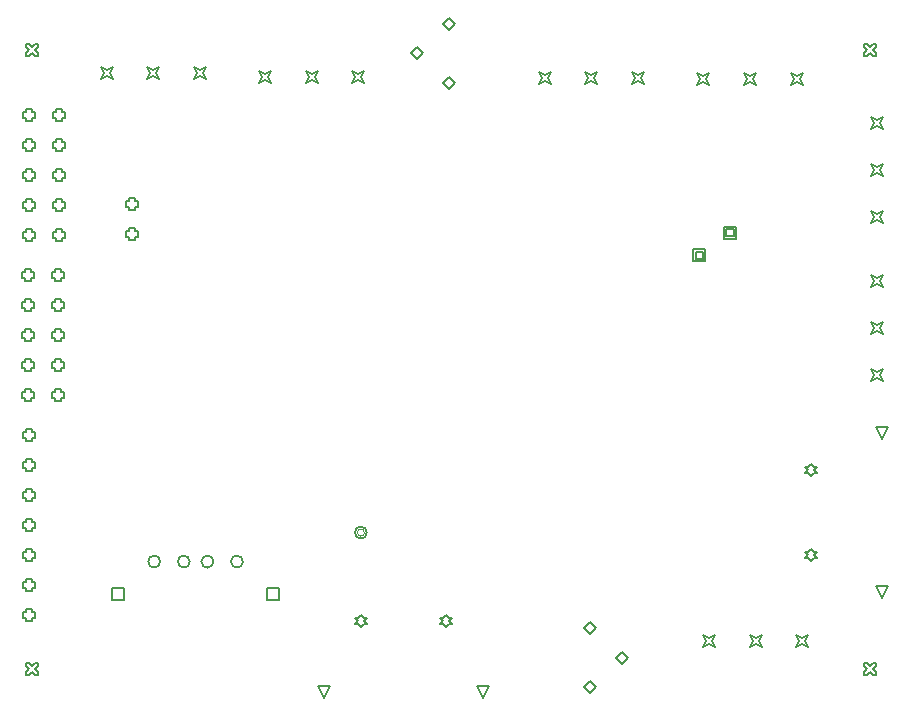
<source format=gbr>
%TF.GenerationSoftware,Altium Limited,Altium Designer,22.5.1 (42)*%
G04 Layer_Color=2752767*
%FSLAX44Y44*%
%MOMM*%
%TF.SameCoordinates,01627914-4FCA-44A5-8146-F6A238B5A28C*%
%TF.FilePolarity,Positive*%
%TF.FileFunction,Drawing*%
%TF.Part,Single*%
G01*
G75*
%TA.AperFunction,NonConductor*%
%ADD95C,0.1270*%
%ADD127C,0.1693*%
%ADD128C,0.1016*%
D95*
X349920Y-267080D02*
X352460D01*
X355000Y-264540D01*
X357540Y-267080D01*
X360080D01*
Y-264540D01*
X357540Y-262000D01*
X360080Y-259460D01*
Y-256920D01*
X357540D01*
X355000Y-259460D01*
X352460Y-256920D01*
X349920D01*
Y-259460D01*
X352460Y-262000D01*
X349920Y-264540D01*
Y-267080D01*
X-360080Y256920D02*
X-357540D01*
X-355000Y259460D01*
X-352460Y256920D01*
X-349920D01*
Y259460D01*
X-352460Y262000D01*
X-349920Y264540D01*
Y267080D01*
X-352460D01*
X-355000Y264540D01*
X-357540Y267080D01*
X-360080D01*
Y264540D01*
X-357540Y262000D01*
X-360080Y259460D01*
Y256920D01*
Y-267080D02*
X-357540D01*
X-355000Y-264540D01*
X-352460Y-267080D01*
X-349920D01*
Y-264540D01*
X-352460Y-262000D01*
X-349920Y-259460D01*
Y-256920D01*
X-352460D01*
X-355000Y-259460D01*
X-357540Y-256920D01*
X-360080D01*
Y-259460D01*
X-357540Y-262000D01*
X-360080Y-264540D01*
Y-267080D01*
X349920Y256920D02*
X352460D01*
X355000Y259460D01*
X357540Y256920D01*
X360080D01*
Y259460D01*
X357540Y262000D01*
X360080Y264540D01*
Y267080D01*
X357540D01*
X355000Y264540D01*
X352460Y267080D01*
X349920D01*
Y264540D01*
X352460Y262000D01*
X349920Y259460D01*
Y256920D01*
X-272540Y103760D02*
Y101220D01*
X-267460D01*
Y103760D01*
X-264920D01*
Y108840D01*
X-267460D01*
Y111380D01*
X-272540D01*
Y108840D01*
X-275080D01*
Y103760D01*
X-272540D01*
Y129160D02*
Y126620D01*
X-267460D01*
Y129160D01*
X-264920D01*
Y134240D01*
X-267460D01*
Y136780D01*
X-272540D01*
Y134240D01*
X-275080D01*
Y129160D01*
X-272540D01*
X355920Y154920D02*
X358460Y160000D01*
X355920Y165080D01*
X361000Y162540D01*
X366080Y165080D01*
X363540Y160000D01*
X366080Y154920D01*
X361000Y157460D01*
X355920Y154920D01*
Y115320D02*
X358460Y120400D01*
X355920Y125480D01*
X361000Y122940D01*
X366080Y125480D01*
X363540Y120400D01*
X366080Y115320D01*
X361000Y117860D01*
X355920Y115320D01*
Y194520D02*
X358460Y199600D01*
X355920Y204680D01*
X361000Y202140D01*
X366080Y204680D01*
X363540Y199600D01*
X366080Y194520D01*
X361000Y197060D01*
X355920Y194520D01*
X113920Y232920D02*
X116460Y238000D01*
X113920Y243080D01*
X119000Y240540D01*
X124080Y243080D01*
X121540Y238000D01*
X124080Y232920D01*
X119000Y235460D01*
X113920Y232920D01*
X153520D02*
X156060Y238000D01*
X153520Y243080D01*
X158600Y240540D01*
X163680Y243080D01*
X161140Y238000D01*
X163680Y232920D01*
X158600Y235460D01*
X153520Y232920D01*
X74320D02*
X76860Y238000D01*
X74320Y243080D01*
X79400Y240540D01*
X84480Y243080D01*
X81940Y238000D01*
X84480Y232920D01*
X79400Y235460D01*
X74320Y232920D01*
X208320Y231920D02*
X210860Y237000D01*
X208320Y242080D01*
X213400Y239540D01*
X218480Y242080D01*
X215940Y237000D01*
X218480Y231920D01*
X213400Y234460D01*
X208320Y231920D01*
X287520D02*
X290060Y237000D01*
X287520Y242080D01*
X292600Y239540D01*
X297680Y242080D01*
X295140Y237000D01*
X297680Y231920D01*
X292600Y234460D01*
X287520Y231920D01*
X247920D02*
X250460Y237000D01*
X247920Y242080D01*
X253000Y239540D01*
X258080Y242080D01*
X255540Y237000D01*
X258080Y231920D01*
X253000Y234460D01*
X247920Y231920D01*
X355920Y60920D02*
X358460Y66000D01*
X355920Y71080D01*
X361000Y68540D01*
X366080Y71080D01*
X363540Y66000D01*
X366080Y60920D01*
X361000Y63460D01*
X355920Y60920D01*
Y-18280D02*
X358460Y-13200D01*
X355920Y-8120D01*
X361000Y-10660D01*
X366080Y-8120D01*
X363540Y-13200D01*
X366080Y-18280D01*
X361000Y-15740D01*
X355920Y-18280D01*
Y21320D02*
X358460Y26400D01*
X355920Y31480D01*
X361000Y28940D01*
X366080Y31480D01*
X363540Y26400D01*
X366080Y21320D01*
X361000Y23860D01*
X355920Y21320D01*
X252920Y-244080D02*
X255460Y-239000D01*
X252920Y-233920D01*
X258000Y-236460D01*
X263080Y-233920D01*
X260540Y-239000D01*
X263080Y-244080D01*
X258000Y-241540D01*
X252920Y-244080D01*
X213320D02*
X215860Y-239000D01*
X213320Y-233920D01*
X218400Y-236460D01*
X223480Y-233920D01*
X220940Y-239000D01*
X223480Y-244080D01*
X218400Y-241540D01*
X213320Y-244080D01*
X292520D02*
X295060Y-239000D01*
X292520Y-233920D01*
X297600Y-236460D01*
X302680Y-233920D01*
X300140Y-239000D01*
X302680Y-244080D01*
X297600Y-241540D01*
X292520Y-244080D01*
X-296680Y236920D02*
X-294140Y242000D01*
X-296680Y247080D01*
X-291600Y244540D01*
X-286520Y247080D01*
X-289060Y242000D01*
X-286520Y236920D01*
X-291600Y239460D01*
X-296680Y236920D01*
X-217480D02*
X-214940Y242000D01*
X-217480Y247080D01*
X-212400Y244540D01*
X-207320Y247080D01*
X-209860Y242000D01*
X-207320Y236920D01*
X-212400Y239460D01*
X-217480Y236920D01*
X-257080D02*
X-254540Y242000D01*
X-257080Y247080D01*
X-252000Y244540D01*
X-246920Y247080D01*
X-249460Y242000D01*
X-246920Y236920D01*
X-252000Y239460D01*
X-257080Y236920D01*
X-123080Y233920D02*
X-120540Y239000D01*
X-123080Y244080D01*
X-118000Y241540D01*
X-112920Y244080D01*
X-115460Y239000D01*
X-112920Y233920D01*
X-118000Y236460D01*
X-123080Y233920D01*
X-83480D02*
X-80940Y239000D01*
X-83480Y244080D01*
X-78400Y241540D01*
X-73320Y244080D01*
X-75860Y239000D01*
X-73320Y233920D01*
X-78400Y236460D01*
X-83480Y233920D01*
X-162680D02*
X-160140Y239000D01*
X-162680Y244080D01*
X-157600Y241540D01*
X-152520Y244080D01*
X-155060Y239000D01*
X-152520Y233920D01*
X-157600Y236460D01*
X-162680Y233920D01*
X-286980Y-203580D02*
Y-193420D01*
X-276820D01*
Y-203580D01*
X-286980D01*
X-155580D02*
Y-193420D01*
X-145420D01*
Y-203580D01*
X-155580D01*
X-4000Y-227080D02*
X-1460Y-224540D01*
X1080D01*
X-1460Y-222000D01*
X1080Y-219460D01*
X-1460D01*
X-4000Y-216920D01*
X-6540Y-219460D01*
X-9080D01*
X-6540Y-222000D01*
X-9080Y-224540D01*
X-6540D01*
X-4000Y-227080D01*
X-76000D02*
X-73460Y-224540D01*
X-70920D01*
X-73460Y-222000D01*
X-70920Y-219460D01*
X-73460D01*
X-76000Y-216920D01*
X-78540Y-219460D01*
X-81080D01*
X-78540Y-222000D01*
X-81080Y-224540D01*
X-78540D01*
X-76000Y-227080D01*
X27500Y-287080D02*
X22420Y-276920D01*
X32580D01*
X27500Y-287080D01*
X-107500D02*
X-112580Y-276920D01*
X-102420D01*
X-107500Y-287080D01*
X139920Y-253000D02*
X145000Y-247920D01*
X150080Y-253000D01*
X145000Y-258080D01*
X139920Y-253000D01*
X112920Y-278000D02*
X118000Y-272920D01*
X123080Y-278000D01*
X118000Y-283080D01*
X112920Y-278000D01*
Y-228000D02*
X118000Y-222920D01*
X123080Y-228000D01*
X118000Y-233080D01*
X112920Y-228000D01*
X305000Y-99080D02*
X307540Y-96540D01*
X310080D01*
X307540Y-94000D01*
X310080Y-91460D01*
X307540D01*
X305000Y-88920D01*
X302460Y-91460D01*
X299920D01*
X302460Y-94000D01*
X299920Y-96540D01*
X302460D01*
X305000Y-99080D01*
Y-171080D02*
X307540Y-168540D01*
X310080D01*
X307540Y-166000D01*
X310080Y-163460D01*
X307540D01*
X305000Y-160920D01*
X302460Y-163460D01*
X299920D01*
X302460Y-166000D01*
X299920Y-168540D01*
X302460D01*
X305000Y-171080D01*
X365000Y-67580D02*
X359920Y-57420D01*
X370080D01*
X365000Y-67580D01*
Y-202580D02*
X359920Y-192420D01*
X370080D01*
X365000Y-202580D01*
X-34080Y259000D02*
X-29000Y264080D01*
X-23920Y259000D01*
X-29000Y253920D01*
X-34080Y259000D01*
X-7080Y284000D02*
X-2000Y289080D01*
X3080Y284000D01*
X-2000Y278920D01*
X-7080Y284000D01*
Y234000D02*
X-2000Y239080D01*
X3080Y234000D01*
X-2000Y228920D01*
X-7080Y234000D01*
X-359540Y-92140D02*
Y-94680D01*
X-354460D01*
Y-92140D01*
X-351920D01*
Y-87060D01*
X-354460D01*
Y-84520D01*
X-359540D01*
Y-87060D01*
X-362080D01*
Y-92140D01*
X-359540D01*
Y-142940D02*
Y-145480D01*
X-354460D01*
Y-142940D01*
X-351920D01*
Y-137860D01*
X-354460D01*
Y-135320D01*
X-359540D01*
Y-137860D01*
X-362080D01*
Y-142940D01*
X-359540D01*
Y-219140D02*
Y-221680D01*
X-354460D01*
Y-219140D01*
X-351920D01*
Y-214060D01*
X-354460D01*
Y-211520D01*
X-359540D01*
Y-214060D01*
X-362080D01*
Y-219140D01*
X-359540D01*
Y-193740D02*
Y-196280D01*
X-354460D01*
Y-193740D01*
X-351920D01*
Y-188660D01*
X-354460D01*
Y-186120D01*
X-359540D01*
Y-188660D01*
X-362080D01*
Y-193740D01*
X-359540D01*
Y-168340D02*
Y-170880D01*
X-354460D01*
Y-168340D01*
X-351920D01*
Y-163260D01*
X-354460D01*
Y-160720D01*
X-359540D01*
Y-163260D01*
X-362080D01*
Y-168340D01*
X-359540D01*
X-359540Y-117540D02*
Y-120080D01*
X-354460D01*
Y-117540D01*
X-351920D01*
Y-112460D01*
X-354460D01*
Y-109920D01*
X-359540D01*
Y-112460D01*
X-362080D01*
Y-117540D01*
X-359540D01*
X-359540Y-66740D02*
Y-69280D01*
X-354460D01*
Y-66740D01*
X-351920D01*
Y-61660D01*
X-354460D01*
Y-59120D01*
X-359540D01*
Y-61660D01*
X-362080D01*
Y-66740D01*
X-359540D01*
X-360240Y68260D02*
Y65720D01*
X-355160D01*
Y68260D01*
X-352620D01*
Y73340D01*
X-355160D01*
Y75880D01*
X-360240D01*
Y73340D01*
X-362780D01*
Y68260D01*
X-360240D01*
X-334840D02*
Y65720D01*
X-329760D01*
Y68260D01*
X-327220D01*
Y73340D01*
X-329760D01*
Y75880D01*
X-334840D01*
Y73340D01*
X-337380D01*
Y68260D01*
X-334840D01*
X-360240Y17460D02*
Y14920D01*
X-355160D01*
Y17460D01*
X-352620D01*
Y22540D01*
X-355160D01*
Y25080D01*
X-360240D01*
Y22540D01*
X-362780D01*
Y17460D01*
X-360240D01*
X-334840D02*
Y14920D01*
X-329760D01*
Y17460D01*
X-327220D01*
Y22540D01*
X-329760D01*
Y25080D01*
X-334840D01*
Y22540D01*
X-337380D01*
Y17460D01*
X-334840D01*
X-360240Y-33340D02*
Y-35880D01*
X-355160D01*
Y-33340D01*
X-352620D01*
Y-28260D01*
X-355160D01*
Y-25720D01*
X-360240D01*
Y-28260D01*
X-362780D01*
Y-33340D01*
X-360240D01*
Y-7940D02*
Y-10480D01*
X-355160D01*
Y-7940D01*
X-352620D01*
Y-2860D01*
X-355160D01*
Y-320D01*
X-360240D01*
Y-2860D01*
X-362780D01*
Y-7940D01*
X-360240D01*
X-334840D02*
Y-10480D01*
X-329760D01*
Y-7940D01*
X-327220D01*
Y-2860D01*
X-329760D01*
Y-320D01*
X-334840D01*
Y-2860D01*
X-337380D01*
Y-7940D01*
X-334840D01*
Y-33340D02*
Y-35880D01*
X-329760D01*
Y-33340D01*
X-327220D01*
Y-28260D01*
X-329760D01*
Y-25720D01*
X-334840D01*
Y-28260D01*
X-337380D01*
Y-33340D01*
X-334840D01*
Y42860D02*
Y40320D01*
X-329760D01*
Y42860D01*
X-327220D01*
Y47940D01*
X-329760D01*
Y50480D01*
X-334840D01*
Y47940D01*
X-337380D01*
Y42860D01*
X-334840D01*
X-360240D02*
Y40320D01*
X-355160D01*
Y42860D01*
X-352620D01*
Y47940D01*
X-355160D01*
Y50480D01*
X-360240D01*
Y47940D01*
X-362780D01*
Y42860D01*
X-360240D01*
X-359940Y178460D02*
Y175920D01*
X-354860D01*
Y178460D01*
X-352320D01*
Y183540D01*
X-354860D01*
Y186080D01*
X-359940D01*
Y183540D01*
X-362480D01*
Y178460D01*
X-359940D01*
X-334540D02*
Y175920D01*
X-329460D01*
Y178460D01*
X-326920D01*
Y183540D01*
X-329460D01*
Y186080D01*
X-334540D01*
Y183540D01*
X-337080D01*
Y178460D01*
X-334540D01*
Y102260D02*
Y99720D01*
X-329460D01*
Y102260D01*
X-326920D01*
Y107340D01*
X-329460D01*
Y109880D01*
X-334540D01*
Y107340D01*
X-337080D01*
Y102260D01*
X-334540D01*
Y127660D02*
Y125120D01*
X-329460D01*
Y127660D01*
X-326920D01*
Y132740D01*
X-329460D01*
Y135280D01*
X-334540D01*
Y132740D01*
X-337080D01*
Y127660D01*
X-334540D01*
X-359940D02*
Y125120D01*
X-354860D01*
Y127660D01*
X-352320D01*
Y132740D01*
X-354860D01*
Y135280D01*
X-359940D01*
Y132740D01*
X-362480D01*
Y127660D01*
X-359940D01*
Y102260D02*
Y99720D01*
X-354860D01*
Y102260D01*
X-352320D01*
Y107340D01*
X-354860D01*
Y109880D01*
X-359940D01*
Y107340D01*
X-362480D01*
Y102260D01*
X-359940D01*
X-334540Y153060D02*
Y150520D01*
X-329460D01*
Y153060D01*
X-326920D01*
Y158140D01*
X-329460D01*
Y160680D01*
X-334540D01*
Y158140D01*
X-337080D01*
Y153060D01*
X-334540D01*
X-359940D02*
Y150520D01*
X-354860D01*
Y153060D01*
X-352320D01*
Y158140D01*
X-354860D01*
Y160680D01*
X-359940D01*
Y158140D01*
X-362480D01*
Y153060D01*
X-359940D01*
X-334540Y203860D02*
Y201320D01*
X-329460D01*
Y203860D01*
X-326920D01*
Y208940D01*
X-329460D01*
Y211480D01*
X-334540D01*
Y208940D01*
X-337080D01*
Y203860D01*
X-334540D01*
X-359940D02*
Y201320D01*
X-354860D01*
Y203860D01*
X-352320D01*
Y208940D01*
X-354860D01*
Y211480D01*
X-359940D01*
Y208940D01*
X-362480D01*
Y203860D01*
X-359940D01*
X205170Y82670D02*
Y92830D01*
X215330D01*
Y82670D01*
X205170D01*
X207202Y84702D02*
Y90798D01*
X213298D01*
Y84702D01*
X207202D01*
X231170Y101920D02*
Y112080D01*
X241330D01*
Y101920D01*
X231170D01*
X233202Y103952D02*
Y110048D01*
X239298D01*
Y103952D01*
X233202D01*
D127*
X-201120Y-171400D02*
G03*
X-201120Y-171400I-5080J0D01*
G01*
X-176120Y-171400D02*
G03*
X-176120Y-171400I-5080J0D01*
G01*
X-221120Y-171400D02*
G03*
X-221120Y-171400I-5080J0D01*
G01*
X-246120D02*
G03*
X-246120Y-171400I-5080J0D01*
G01*
X-71212Y-146833D02*
G03*
X-71212Y-146833I-5080J0D01*
G01*
D128*
X-73244D02*
G03*
X-73244Y-146833I-3048J0D01*
G01*
%TF.MD5,719413ef370442173c4077a67a912fac*%
M02*

</source>
